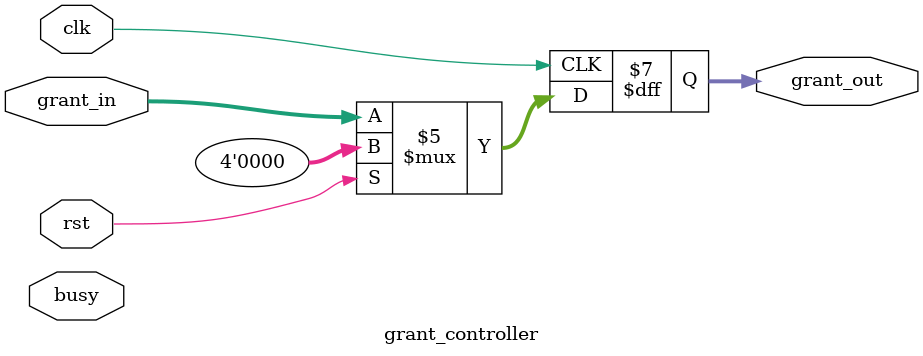
<source format=sv>
module lru_arbiter #(parameter N = 4) (
  input clk, rst,
  input [N-1:0] request,
  output [N-1:0] grant,
  output busy
);

  wire [N-1:0] grant_int;
  wire busy_int;
  
  request_handler #(.N(N)) u_request_handler (
    .clk(clk),
    .rst(rst),
    .request(request),
    .grant(grant_int),
    .busy(busy_int)
  );
  
  grant_controller #(.N(N)) u_grant_controller (
    .clk(clk),
    .rst(rst),
    .grant_in(grant_int),
    .grant_out(grant),
    .busy(busy_int)
  );

endmodule

module request_handler #(parameter N = 4) (
  input clk, rst,
  input [N-1:0] request,
  output reg [N-1:0] grant,
  output reg busy
);
  
  reg [N*N-1:0] lru_matrix;
  reg [N-1:0] request_mask;
  reg found;
  
  always @(posedge clk) begin
    if (rst) begin
      lru_matrix <= 0;
      grant <= 0;
      busy <= 0;
      request_mask <= 0;
    end else begin
      request_mask <= request;
      busy <= |request;
      
      if (|request) begin
        found = 0;
        grant <= 0;
        
        // Use priority encoder style implementation
        for (int k = 0; k < N; k++) begin
          if (!found && request_mask[k]) begin
            grant <= (1 << k);
            found = 1;
          end
        end
      end else begin
        grant <= 0;
      end
    end
  end
  
endmodule

module grant_controller #(parameter N = 4) (
  input clk, rst,
  input [N-1:0] grant_in,
  output reg [N-1:0] grant_out,
  input busy
);
  
  always @(posedge clk) begin
    if (rst) begin
      grant_out <= 0;
    end else begin
      grant_out <= grant_in;
    end
  end
  
endmodule
</source>
